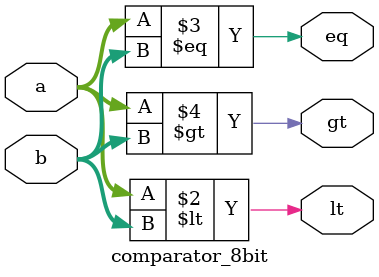
<source format=sv>
/**
 * 8-bit Comparator - Compares two input values and outputs their relationship
 * Parameterizable width with default of 8-bits
 */
module comparator_8bit #(
    parameter WIDTH = 8  // Default to 8-bit as per specification
)(
    input  logic [WIDTH-1:0] a,   // First input for comparison
    input  logic [WIDTH-1:0] b,   // Second input for comparison
    output logic             lt,  // Asserted when a < b
    output logic             eq,  // Asserted when a == b
    output logic             gt   // Asserted when a > b
);
    // Combinational logic for comparison operations
    always_comb begin
        lt = (a < b);   // Less than comparison
        eq = (a == b);  // Equal comparison
        gt = (a > b);   // Greater than comparison
    end
endmodule

</source>
